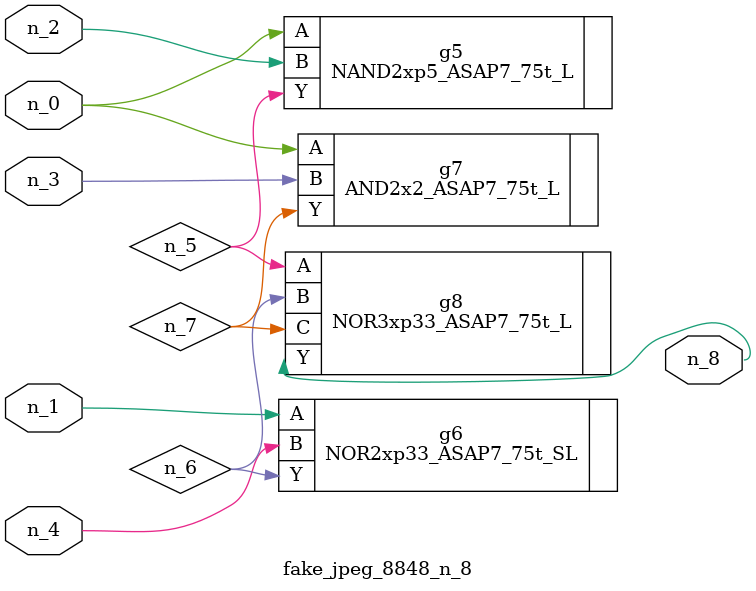
<source format=v>
module fake_jpeg_8848_n_8 (n_3, n_2, n_1, n_0, n_4, n_8);

input n_3;
input n_2;
input n_1;
input n_0;
input n_4;

output n_8;

wire n_6;
wire n_5;
wire n_7;

NAND2xp5_ASAP7_75t_L g5 ( 
.A(n_0),
.B(n_2),
.Y(n_5)
);

NOR2xp33_ASAP7_75t_SL g6 ( 
.A(n_1),
.B(n_4),
.Y(n_6)
);

AND2x2_ASAP7_75t_L g7 ( 
.A(n_0),
.B(n_3),
.Y(n_7)
);

NOR3xp33_ASAP7_75t_L g8 ( 
.A(n_5),
.B(n_6),
.C(n_7),
.Y(n_8)
);


endmodule
</source>
